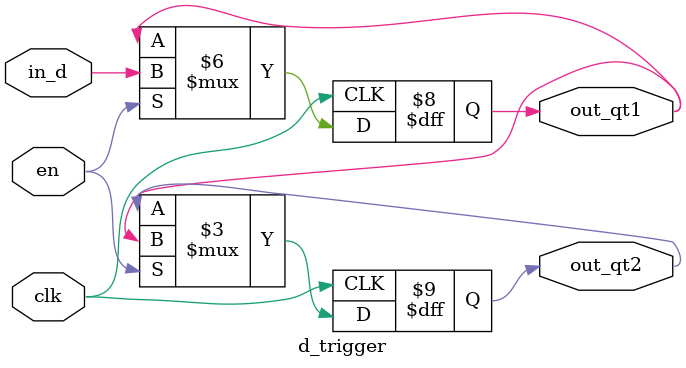
<source format=v>
module d_trigger(clk,en,in_d,out_qt1,out_qt2);
	input clk;
	input en;
	input in_d;
	output reg out_qt1;
	output reg out_qt2;
	
	always @(posedge clk)
		if(en) begin
			out_qt1 <= in_d;
			out_qt2 <= out_qt1;
			end
		else begin
			out_qt1 <= out_qt1;
			out_qt2 <= out_qt2;
			end
			
endmodule 
</source>
